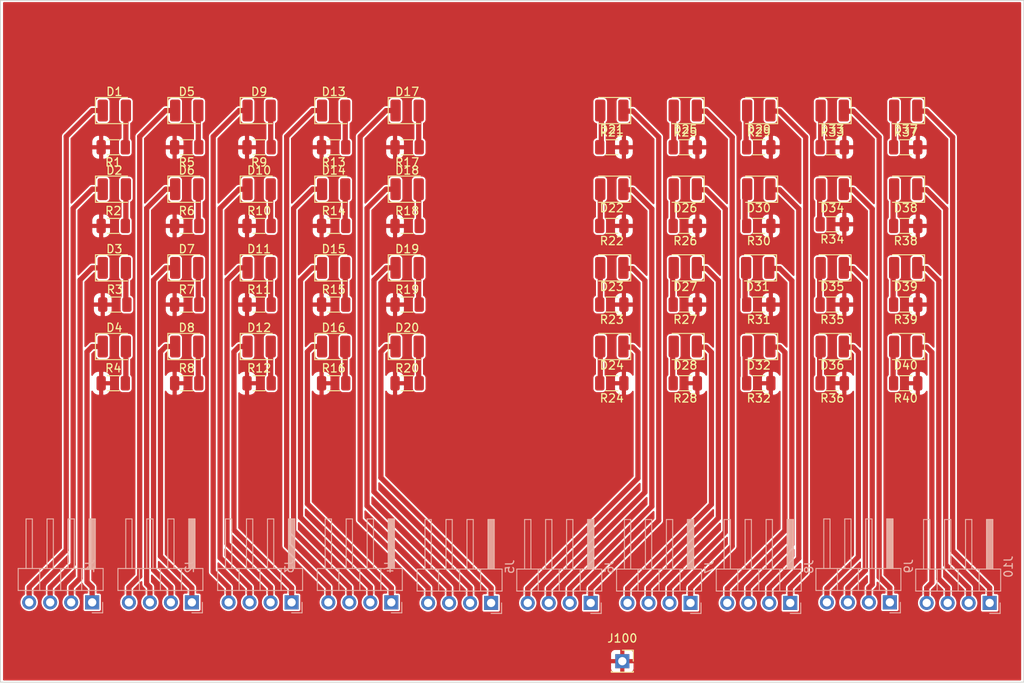
<source format=kicad_pcb>
(kicad_pcb (version 20211014) (generator pcbnew)
  (layers (0 "F.Cu" mixed) (31 "B.Cu" power) (34 "B.Paste" user) (35 "F.Paste" user) (36 "B.SilkS" user "B.Silkscreen") (37 "F.SilkS" user "F.Silkscreen") (38 "B.Mask" user) (39 "F.Mask" user) (44 "Edge.Cuts" user))
  (net 0 "")
  (net 1 "+5V")
  (net 2 "Net-(D1-Pad2)")
  (net 3 "Net-(D3-Pad1)")
  (net 4 "Net-(D3-Pad2)")
  (net 5 "Net-(D5-Pad1)")
  (net 6 "Net-(D5-Pad2)")
  (net 7 "Net-(D7-Pad1)")
  (net 8 "Net-(D7-Pad2)")
  (net 9 "Net-(D2-Pad1)")
  (net 10 "Net-(D2-Pad2)")
  (net 11 "Net-(D4-Pad1)")
  (net 12 "Net-(D4-Pad2)")
  (net 13 "Net-(D6-Pad1)")
  (net 14 "Net-(D6-Pad2)")
  (net 15 "Net-(D8-Pad1)")
  (net 16 "Net-(D8-Pad2)")
  (net 17 "Net-(D9-Pad1)")
  (net 18 "Net-(D9-Pad2)")
  (net 19 "Net-(D10-Pad1)")
  (net 20 "Net-(D10-Pad2)")
  (net 21 "Net-(D11-Pad1)")
  (net 22 "Net-(D11-Pad2)")
  (net 23 "Net-(D12-Pad1)")
  (net 24 "Net-(D12-Pad2)")
  (net 25 "Net-(D13-Pad1)")
  (net 26 "Net-(D13-Pad2)")
  (net 27 "Net-(D14-Pad1)")
  (net 28 "Net-(D14-Pad2)")
  (net 29 "Net-(D15-Pad1)")
  (net 30 "Net-(D15-Pad2)")
  (net 31 "Net-(D16-Pad1)")
  (net 32 "Net-(D16-Pad2)")
  (net 33 "Net-(D17-Pad1)")
  (net 34 "Net-(D17-Pad2)")
  (net 35 "Net-(D18-Pad1)")
  (net 36 "Net-(D18-Pad2)")
  (net 37 "Net-(D19-Pad1)")
  (net 38 "Net-(D19-Pad2)")
  (net 39 "Net-(D20-Pad1)")
  (net 40 "Net-(D20-Pad2)")
  (net 41 "Net-(D21-Pad1)")
  (net 42 "Net-(D21-Pad2)")
  (net 43 "Net-(D22-Pad1)")
  (net 44 "Net-(D22-Pad2)")
  (net 45 "Net-(D23-Pad1)")
  (net 46 "Net-(D23-Pad2)")
  (net 47 "Net-(D24-Pad1)")
  (net 48 "Net-(D24-Pad2)")
  (net 49 "Net-(D25-Pad1)")
  (net 50 "Net-(D25-Pad2)")
  (net 51 "Net-(D26-Pad1)")
  (net 52 "Net-(D26-Pad2)")
  (net 53 "Net-(D27-Pad1)")
  (net 54 "Net-(D27-Pad2)")
  (net 55 "Net-(D28-Pad1)")
  (net 56 "Net-(D28-Pad2)")
  (net 57 "Net-(D29-Pad1)")
  (net 58 "Net-(D29-Pad2)")
  (net 59 "Net-(D30-Pad1)")
  (net 60 "Net-(D30-Pad2)")
  (net 61 "Net-(D31-Pad1)")
  (net 62 "Net-(D31-Pad2)")
  (net 63 "Net-(D32-Pad1)")
  (net 64 "Net-(D32-Pad2)")
  (net 65 "Net-(D33-Pad1)")
  (net 66 "Net-(D33-Pad2)")
  (net 67 "Net-(D34-Pad1)")
  (net 68 "Net-(D34-Pad2)")
  (net 69 "Net-(D35-Pad1)")
  (net 70 "Net-(D35-Pad2)")
  (net 71 "Net-(D36-Pad1)")
  (net 72 "Net-(D36-Pad2)")
  (net 73 "Net-(D37-Pad1)")
  (net 74 "Net-(D37-Pad2)")
  (net 75 "Net-(D38-Pad1)")
  (net 76 "Net-(D38-Pad2)")
  (net 77 "Net-(D39-Pad1)")
  (net 78 "Net-(D39-Pad2)")
  (net 79 "Net-(D40-Pad1)")
  (net 80 "Net-(D40-Pad2)")
  (net 81 "Net-(J1-Pad4)")
  (footprint "Resistor_SMD:R_1206_3216Metric" (layer "F.Cu") (at 80.645 79.375)
    (fp_text reference "R20")
    (fp_text value "R")
  )
  (footprint "LED_SMD:LED_1210_3225Metric" (layer "F.Cu") (at 62.735 55.88)
    (fp_text reference "D10")
    (fp_text value "YELLOW")
  )
  (footprint "Resistor_SMD:R_1206_3216Metric" (layer "F.Cu") (at 62.735 79.375)
    (fp_text reference "R12")
    (fp_text value "R")
  )
  (footprint "LED_SMD:LED_1210_3225Metric" (layer "F.Cu") (at 105.41 46.355 180)
    (fp_text reference "D21")
    (fp_text value "ORANGE")
  )
  (footprint "LED_SMD:LED_1210_3225Metric" (layer "F.Cu") (at 132.08 74.93 180)
    (fp_text reference "D36")
    (fp_text value "BLUE")
  )
  (footprint "LED_SMD:LED_1210_3225Metric" (layer "F.Cu") (at 114.3 55.88 180)
    (fp_text reference "D26")
    (fp_text value "YELLOW")
  )
  (footprint "Resistor_SMD:R_1206_3216Metric" (layer "F.Cu") (at 132.08 50.8)
    (fp_text reference "R33")
    (fp_text value "R")
  )
  (footprint "Resistor_SMD:R_1206_3216Metric" (layer "F.Cu") (at 123.19 69.85 180)
    (fp_text reference "R31")
    (fp_text value "R")
  )
  (footprint "Resistor_SMD:R_1206_3216Metric" (layer "F.Cu") (at 53.975 50.8 180)
    (fp_text reference "R5")
    (fp_text value "R")
  )
  (footprint "Resistor_SMD:R_1206_3216Metric" (layer "F.Cu") (at 114.3 60.325 180)
    (fp_text reference "R26")
    (fp_text value "R")
  )
  (footprint "Resistor_SMD:R_1206_3216Metric" (layer "F.Cu") (at 132.08 60.125 180)
    (fp_text reference "R34")
    (fp_text value "R")
  )
  (footprint "Resistor_SMD:R_1206_3216Metric" (layer "F.Cu") (at 80.645 60.325)
    (fp_text reference "R18")
    (fp_text value "R")
  )
  (footprint "LED_SMD:LED_1210_3225Metric" (layer "F.Cu") (at 123.06 65.405 180)
    (fp_text reference "D31")
    (fp_text value "GREEN")
  )
  (footprint "Resistor_SMD:R_1206_3216Metric" (layer "F.Cu") (at 132.08 69.85 180)
    (fp_text reference "R35")
    (fp_text value "R")
  )
  (footprint "LED_SMD:LED_1210_3225Metric" (layer "F.Cu") (at 45.215 46.355)
    (fp_text reference "D1")
    (fp_text value "ORANGE")
  )
  (footprint "LED_SMD:LED_1210_3225Metric" (layer "F.Cu") (at 80.645 65.405)
    (fp_text reference "D19")
    (fp_text value "GREEN")
  )
  (footprint "Resistor_SMD:R_1206_3216Metric" (layer "F.Cu") (at 123.19 60.325 180)
    (fp_text reference "R30")
    (fp_text value "R")
  )
  (footprint "Resistor_SMD:R_1206_3216Metric" (layer "F.Cu") (at 45.2775 69.85)
    (fp_text reference "R3")
    (fp_text value "R")
  )
  (footprint "LED_SMD:LED_1210_3225Metric" (layer "F.Cu") (at 53.975 65.405)
    (fp_text reference "D7")
    (fp_text value "GREEN")
  )
  (footprint "Resistor_SMD:R_1206_3216Metric" (layer "F.Cu") (at 53.975 69.85)
    (fp_text reference "R7")
    (fp_text value "R")
  )
  (footprint "LED_SMD:LED_1210_3225Metric" (layer "F.Cu") (at 80.645 55.88)
    (fp_text reference "D18")
    (fp_text value "YELLOW")
  )
  (footprint "Resistor_SMD:R_1206_3216Metric" (layer "F.Cu") (at 123.19 79.375 180)
    (fp_text reference "R32")
    (fp_text value "R")
  )
  (footprint "Resistor_SMD:R_1206_3216Metric" (layer "F.Cu") (at 105.41 79.375 180)
    (fp_text reference "R24")
    (fp_text value "R")
  )
  (footprint "LED_SMD:LED_1210_3225Metric" (layer "F.Cu") (at 123.19 55.88 180)
    (fp_text reference "D30")
    (fp_text value "YELLOW")
  )
  (footprint "LED_SMD:LED_1210_3225Metric" (layer "F.Cu") (at 114.3 74.93 180)
    (fp_text reference "D28")
    (fp_text value "BLUE")
  )
  (footprint "Resistor_SMD:R_1206_3216Metric" (layer "F.Cu") (at 105.41 69.85 180)
    (fp_text reference "R23")
    (fp_text value "R")
  )
  (footprint "Resistor_SMD:R_1206_3216Metric" (layer "F.Cu") (at 105.41 50.8)
    (fp_text reference "R21")
    (fp_text value "R")
  )
  (footprint "LED_SMD:LED_1210_3225Metric" (layer "F.Cu") (at 105.41 55.88 180)
    (fp_text reference "D22")
    (fp_text value "YELLOW")
  )
  (footprint "Resistor_SMD:R_1206_3216Metric" (layer "F.Cu") (at 53.975 60.325)
    (fp_text reference "R6")
    (fp_text value "R")
  )
  (footprint "LED_SMD:LED_1210_3225Metric" (layer "F.Cu") (at 71.755 74.93)
    (fp_text reference "D16")
    (fp_text value "BLUE")
  )
  (footprint "Resistor_SMD:R_1206_3216Metric" (layer "F.Cu") (at 105.41 60.325 180)
    (fp_text reference "R22")
    (fp_text value "R")
  )
  (footprint "Resistor_SMD:R_1206_3216Metric" (layer "F.Cu") (at 114.3 79.375 180)
    (fp_text reference "R28")
    (fp_text value "R")
  )
  (footprint "LED_SMD:LED_1210_3225Metric" (layer "F.Cu") (at 71.755 55.88)
    (fp_text reference "D14")
    (fp_text value "YELLOW")
  )
  (footprint "Resistor_SMD:R_1206_3216Metric" (layer "F.Cu") (at 132.08 79.375 180)
    (fp_text reference "R36")
    (fp_text value "R")
  )
  (footprint "Resistor_SMD:R_1206_3216Metric" (layer "F.Cu") (at 80.645 69.85)
    (fp_text reference "R19")
    (fp_text value "R")
  )
  (footprint "Resistor_SMD:R_1206_3216Metric" (layer "F.Cu") (at 140.97 69.85 180)
    (fp_text reference "R39")
    (fp_text value "R")
  )
  (footprint "Resistor_SMD:R_1206_3216Metric" (layer "F.Cu") (at 45.085 60.325)
    (fp_text reference "R2")
    (fp_text value "R")
  )
  (footprint "LED_SMD:LED_1210_3225Metric" (layer "F.Cu") (at 53.975 55.88)
    (fp_text reference "D6")
    (fp_text value "YELLOW")
  )
  (footprint "LED_SMD:LED_1210_3225Metric" (layer "F.Cu") (at 105.41 74.93 180)
    (fp_text reference "D24")
    (fp_text value "BLUE")
  )
  (footprint "LED_SMD:LED_1210_3225Metric" (layer "F.Cu") (at 140.97 55.88 180)
    (fp_text reference "D38")
    (fp_text value "YELLOW")
  )
  (footprint "Resistor_SMD:R_1206_3216Metric" (layer "F.Cu") (at 140.97 50.8)
    (fp_text reference "R37")
    (fp_text value "R")
  )
  (footprint "Resistor_SMD:R_1206_3216Metric" (layer "F.Cu") (at 62.735 50.8 180)
    (fp_text reference "R9")
    (fp_text value "R")
  )
  (footprint "LED_SMD:LED_1210_3225Metric" (layer "F.Cu") (at 45.215 55.88)
    (fp_text reference "D2")
    (fp_text value "YELLOW")
  )
  (footprint "LED_SMD:LED_1210_3225Metric" (layer "F.Cu") (at 105.41 65.405 180)
    (fp_text reference "D23")
    (fp_text value "GREEN")
  )
  (footprint "LED_SMD:LED_1210_3225Metric" (layer "F.Cu") (at 140.97 65.405 180)
    (fp_text reference "D39")
    (fp_text value "GREEN")
  )
  (footprint "LED_SMD:LED_1210_3225Metric" (layer "F.Cu") (at 132.08 65.405 180)
    (fp_text reference "D35")
    (fp_text value "GREEN")
  )
  (footprint "LED_SMD:LED_1210_3225Metric" (layer "F.Cu") (at 62.735 65.405)
    (fp_text reference "D11")
    (fp_text value "GREEN")
  )
  (footprint "LED_SMD:LED_1210_3225Metric" (layer "F.Cu") (at 62.735 46.355)
    (fp_text reference "D9")
    (fp_text value "ORANGE")
  )
  (footprint "LED_SMD:LED_1210_3225Metric" (layer "F.Cu") (at 80.645 46.355)
    (fp_text reference "D17")
    (fp_text value "ORANGE")
  )
  (footprint "LED_SMD:LED_1210_3225Metric" (layer "F.Cu") (at 123.19 46.355 180)
    (fp_text reference "D29")
    (fp_text value "ORANGE")
  )
  (footprint "LED_SMD:LED_1210_3225Metric" (layer "F.Cu") (at 140.97 46.355 180)
    (fp_text reference "D37")
    (fp_text value "ORANGE")
  )
  (footprint "LED_SMD:LED_1210_3225Metric" (layer "F.Cu") (at 62.735 74.93)
    (fp_text reference "D12")
    (fp_text value "BLUE")
  )
  (footprint "LED_SMD:LED_1210_3225Metric" (layer "F.Cu") (at 80.645 74.93)
    (fp_text reference "D20")
    (fp_text value "BLUE")
  )
  (footprint "LED_SMD:LED_1210_3225Metric" (layer "F.Cu") (at 132.08 55.88 180)
    (fp_text reference "D34")
    (fp_text value "YELLOW")
  )
  (footprint "Connector_PinSocket_2.54mm:PinSocket_1x01_P2.54mm_Vertical" (layer "F.Cu") (at 106.68 113.03)
    (fp_text reference "J100")
    (fp_text value "Conn_01x01_Male")
  )
  (footprint "Resistor_SMD:R_1206_3216Metric" (layer "F.Cu") (at 45.085 79.375)
    (fp_text reference "R4")
    (fp_text value "R")
  )
  (footprint "Resistor_SMD:R_1206_3216Metric" (layer "F.Cu") (at 62.735 60.325)
    (fp_text reference "R10")
    (fp_text value "R")
  )
  (footprint "Resistor_SMD:R_1206_3216Metric" (layer "F.Cu") (at 71.755 69.85)
    (fp_text reference "R15")
    (fp_text value "R")
  )
  (footprint "Resistor_SMD:R_1206_3216Metric" (layer "F.Cu") (at 71.755 50.8 180)
    (fp_text reference "R13")
    (fp_text value "R")
  )
  (footprint "Resistor_SMD:R_1206_3216Metric" (layer "F.Cu") (at 123.19 50.8)
    (fp_text reference "R29")
    (fp_text value "R")
  )
  (footprint "Resistor_SMD:R_1206_3216Metric" (layer "F.Cu") (at 71.755 79.375)
    (fp_text reference "R16")
    (fp_text value "R")
  )
  (footprint "Resistor_SMD:R_1206_3216Metric" (layer "F.Cu") (at 140.97 79.375 180)
    (fp_text reference "R40")
    (fp_text value "R")
  )
  (footprint "Resistor_SMD:R_1206_3216Metric" (layer "F.Cu") (at 45.085 50.8 180)
    (fp_text reference "R1")
    (fp_text value "R")
  )
  (footprint "Resistor_SMD:R_1206_3216Metric" (layer "F.Cu") (at 114.3 50.8)
    (fp_text reference "R25")
    (fp_text value "R")
  )
  (footprint "Resistor_SMD:R_1206_3216Metric" (layer "F.Cu") (at 114.3 69.85 180)
    (fp_text reference "R27")
    (fp_text value "R")
  )
  (footprint "LED_SMD:LED_1210_3225Metric" (layer "F.Cu") (at 71.755 65.405)
    (fp_text reference "D15")
    (fp_text value "GREEN")
  )
  (footprint "Resistor_SMD:R_1206_3216Metric" (layer "F.Cu") (at 62.735 69.85)
    (fp_text reference "R11")
    (fp_text value "R")
  )
  (footprint "LED_SMD:LED_1210_3225Metric" (layer "F.Cu") (at 114.3 46.355 180)
    (fp_text reference "D25")
    (fp_text value "ORANGE")
  )
  (footprint "Resistor_SMD:R_1206_3216Metric" (layer "F.Cu") (at 80.645 50.8 180)
    (fp_text reference "R17")
    (fp_text value "R")
  )
  (footprint "Resistor_SMD:R_1206_3216Metric" (layer "F.Cu") (at 71.755 60.325)
    (fp_text reference "R14")
    (fp_text value "R")
  )
  (footprint "Resistor_SMD:R_1206_3216Metric" (layer "F.Cu") (at 140.97 60.325 180)
    (fp_text reference "R38")
    (fp_text value "R")
  )
  (footprint "LED_SMD:LED_1210_3225Metric" (layer "F.Cu") (at 53.975 74.93)
    (fp_text reference "D8")
    (fp_text value "BLUE")
  )
  (footprint "LED_SMD:LED_1210_3225Metric" (layer "F.Cu") (at 132.08 46.355 180)
    (fp_text reference "D33")
    (fp_text value "ORANGE")
  )
  (footprint "LED_SMD:LED_1210_3225Metric" (layer "F.Cu") (at 114.3 65.405 180)
    (fp_text reference "D27")
    (fp_text value "GREEN")
  )
  (footprint "LED_SMD:LED_1210_3225Metric" (layer "F.Cu") (at 45.215 74.93)
    (fp_text reference "D4")
    (fp_text value "BLUE")
  )
  (footprint "LED_SMD:LED_1210_3225Metric" (layer "F.Cu") (at 123.19 74.93 180)
    (fp_text reference "D32")
    (fp_text value "BLUE")
  )
  (footprint "LED_SMD:LED_1210_3225Metric" (layer "F.Cu") (at 140.97 74.93 180)
    (fp_text reference "D40")
    (fp_text value "BLUE")
  )
  (footprint "Resistor_SMD:R_1206_3216Metric" (layer "F.Cu") (at 53.975 79.375)
    (fp_text reference "R8")
    (fp_text value "R")
  )
  (footprint "LED_SMD:LED_1210_3225Metric" (layer "F.Cu") (at 53.975 46.355)
    (fp_text reference "D5")
    (fp_text value "ORANGE")
  )
  (footprint "LED_SMD:LED_1210_3225Metric" (layer "F.Cu") (at 45.215 65.405)
    (fp_text reference "D3")
    (fp_text value "GREEN")
  )
  (footprint "LED_SMD:LED_1210_3225Metric" (layer "F.Cu") (at 71.755 46.355)
    (fp_text reference "D13")
    (fp_text value "ORANGE")
  )
  (footprint "Connector_PinHeader_2.54mm:PinHeader_1x04_P2.54mm_Horizontal" (layer "B.Cu") (at 102.86 105.975 90)
    (fp_text reference "J6")
    (fp_text value "Conn_01x04_Male")
  )
  (footprint "Connector_PinHeader_2.54mm:PinHeader_1x04_P2.54mm_Horizontal" (layer "B.Cu") (at 139.055 105.905 90)
    (fp_text reference "J9")
    (fp_text value "Conn_01x04_Male")
  )
  (footprint "Connector_PinHeader_2.54mm:PinHeader_1x04_P2.54mm_Horizontal" (layer "B.Cu") (at 114.935 105.975 90)
    (fp_text reference "J7")
    (fp_text value "Conn_01x04_Male")
  )
  (footprint "Connector_PinHeader_2.54mm:PinHeader_1x04_P2.54mm_Horizontal" (layer "B.Cu") (at 42.535 105.905 90)
    (fp_text reference "J1")
    (fp_text value "Conn_01x04_Male")
  )
  (footprint "Connector_PinHeader_2.54mm:PinHeader_1x04_P2.54mm_Horizontal" (layer "B.Cu") (at 66.665 105.905 90)
    (fp_text reference "J3")
    (fp_text value "Conn_01x04_Male")
  )
  (footprint "Connector_PinHeader_2.54mm:PinHeader_1x04_P2.54mm_Horizontal" (layer "B.Cu") (at 54.6 105.905 90)
    (fp_text reference "J2")
    (fp_text value "Conn_01x04_Male")
  )
  (footprint "Connector_PinHeader_2.54mm:PinHeader_1x04_P2.54mm_Horizontal" (layer "B.Cu") (at 151.13 105.975 90)
    (fp_text reference "J10")
    (fp_text value "Conn_01x04_Male")
  )
  (footprint "Connector_PinHeader_2.54mm:PinHeader_1x04_P2.54mm_Horizontal" (layer "B.Cu") (at 90.805 105.975 90)
    (fp_text reference "J5")
    (fp_text value "Conn_01x04_Male")
  )
  (footprint "Connector_PinHeader_2.54mm:PinHeader_1x04_P2.54mm_Horizontal" (layer "B.Cu") (at 127 105.975 90)
    (fp_text reference "J8")
    (fp_text value "Conn_01x04_Male")
  )
  (footprint "Connector_PinHeader_2.54mm:PinHeader_1x04_P2.54mm_Horizontal" (layer "B.Cu") (at 78.73 105.905 90)
    (fp_text reference "J4")
    (fp_text value "Conn_01x04_Male")
  )
  (gr_rect locked (start 31.4325 33.02) (end 155.2575 115.57) (layer "Edge.Cuts") (width 0.1) (fill none))
  (segment (start 46.615 50.7325) (end 46.5475 50.8) (width 0.635) (layer "F.Cu") (net 2))
  (segment (start 46.615 46.355) (end 46.615 50.7325) (width 0.635) (layer "F.Cu") (net 2))
  (segment (start 39.995 104.07) (end 39.995 105.905) (width 0.635) (layer "F.Cu") (net 3))
  (segment (start 42.545 65.405) (end 41.07228 66.87772) (width 0.635) (layer "F.Cu") (net 3))
  (segment (start 41.07228 102.99272) (end 39.995 104.07) (width 0.635) (layer "F.Cu") (net 3))
  (segment (start 43.685 65.405) (end 42.545 65.405) (width 0.635) (layer "F.Cu") (net 3))
  (segment (start 41.07228 66.87772) (end 41.07228 102.99272) (width 0.635) (layer "F.Cu") (net 3))
  (segment (start 46.612 65.4675) (end 46.612 69.845) (width 0.635) (layer "F.Cu") (net 4))
  (segment (start 52.575 46.355) (end 51.435 46.355) (width 0.635) (layer "F.Cu") (net 5))
  (segment (start 48.28684 102.76316) (end 46.98 104.07) (width 0.635) (layer "F.Cu") (net 5))
  (segment (start 48.286841 49.503159) (end 48.28684 102.76316) (width 0.635) (layer "F.Cu") (net 5))
  (segment (start 51.435 46.355) (end 48.286841 49.503159) (width 0.635) (layer "F.Cu") (net 5))
  (segment (start 46.98 104.07) (end 46.98 105.905) (width 0.635) (layer "F.Cu") (net 5))
  (segment (start 55.375 46.355) (end 55.375 50.7375) (width 0.635) (layer "F.Cu") (net 6))
  (segment (start 55.375 50.7375) (end 55.4375 50.8) (width 0.635) (layer "F.Cu") (net 6))
  (segment (start 49.96228 101.97228) (end 52.06 104.07) (width 0.635) (layer "F.Cu") (net 7))
  (segment (start 52.575 65.405) (end 51.435 65.405) (width 0.635) (layer "F.Cu") (net 7))
  (segment (start 52.06 104.07) (end 52.06 105.905) (width 0.635) (layer "F.Cu") (net 7))
  (segment (start 51.435 65.405) (end 49.96228 66.87772) (width 0.635) (layer "F.Cu") (net 7))
  (segment (start 49.96228 66.87772) (end 49.96228 101.97228) (width 0.635) (layer "F.Cu") (net 7))
  (segment (start 55.372 65.4675) (end 55.372 69.85) (width 0.635) (layer "F.Cu") (net 8))
  (segment (start 42.545 55.88) (end 40.23456 58.19044) (width 0.635) (layer "F.Cu") (net 9))
  (segment (start 43.685 55.88) (end 42.545 55.88) (width 0.635) (layer "F.Cu") (net 9))
  (segment (start 37.455 104.07) (end 37.455 105.905) (width 0.635) (layer "F.Cu") (net 9))
  (segment (start 40.23456 101.29044) (end 37.455 104.07) (width 0.635) (layer "F.Cu") (net 9))
  (segment (start 40.23456 58.19044) (end 40.23456 101.29044) (width 0.635) (layer "F.Cu") (net 9))
  (segment (start 46.612 55.8155) (end 46.612 60.193) (width 0.635) (layer "F.Cu") (net 10))
  (segment (start 42.535 104.07) (end 42.535 105.905) (width 0.635) (layer "F.Cu") (net 11))
  (segment (start 41.91 103.445) (end 42.535 104.07) (width 0.635) (layer "F.Cu") (net 11))
  (segment (start 43.685 74.93) (end 42.545 74.93) (width 0.635) (layer "F.Cu") (net 11))
  (segment (start 42.545 74.93) (end 41.91 75.565) (width 0.635) (layer "F.Cu") (net 11))
  (segment (start 41.91 75.565) (end 41.91 103.445) (width 0.635) (layer "F.Cu") (net 11))
  (segment (start 46.612 75.3735) (end 46.612 79.751) (width 0.635) (layer "F.Cu") (net 12))
  (segment (start 51.435 55.88) (end 49.12456 58.19044) (width 0.635) (layer "F.Cu") (net 13))
  (segment (start 49.12456 58.19044) (end 49.12456 103.67456) (width 0.635) (layer "F.Cu") (net 13))
  (segment (start 52.575 55.88) (end 51.435 55.88) (width 0.635) (layer "F.Cu") (net 13))
  (segment (start 49.52 104.07) (end 49.52 105.905) (width 0.635) (layer "F.Cu") (net 13))
  (segment (start 49.12456 103.67456) (end 49.52 104.07) (width 0.635) (layer "F.Cu") (net 13))
  (segment (start 55.372 55.8155) (end 55.372 60.198) (width 0.635) (layer "F.Cu") (net 14))
  (segment (start 50.8 100.33) (end 54.54 104.07) (width 0.635) (layer "F.Cu") (net 15))
  (segment (start 54.6 104.13) (end 54.6 105.905) (width 0.635) (layer "F.Cu") (net 15))
  (segment (start 51.435 74.93) (end 50.8 75.565) (width 0.635) (layer "F.Cu") (net 15))
  (segment (start 52.575 74.93) (end 51.435 74.93) (width 0.635) (layer "F.Cu") (net 15))
  (segment (start 50.8 75.565) (end 50.8 100.33) (width 0.635) (layer "F.Cu") (net 15))
  (segment (start 55.372 75.3735) (end 55.372 79.756) (width 0.635) (layer "F.Cu") (net 16))
  (segment (start 59.045 104.07) (end 59.045 105.905) (width 0.635) (layer "F.Cu") (net 17))
  (segment (start 57.176841 49.503159) (end 57.17684 102.20184) (width 0.635) (layer "F.Cu") (net 17))
  (segment (start 61.465 46.355) (end 60.325 46.355) (width 0.635) (layer "F.Cu") (net 17))
  (segment (start 60.325 46.355) (end 57.176841 49.503159) (width 0.635) (layer "F.Cu") (net 17))
  (segment (start 57.17684 102.20184) (end 59.045 104.07) (width 0.635) (layer "F.Cu") (net 17))
  (segment (start 64.135 46.355) (end 64.135 50.7375) (width 0.635) (layer "F.Cu") (net 18))
  (segment (start 64.135 50.7375) (end 64.1975 50.8) (width 0.635) (layer "F.Cu") (net 18))
  (segment (start 61.465 55.88) (end 60.325 55.88) (width 0.635) (layer "F.Cu") (net 19))
  (segment (start 58.01456 58.19044) (end 58.01456 100.49956) (width 0.635) (layer "F.Cu") (net 19))
  (segment (start 61.585 104.07) (end 61.585 105.905) (width 0.635) (layer "F.Cu") (net 19))
  (segment (start 60.325 55.88) (end 58.01456 58.19044) (width 0.635) (layer "F.Cu") (net 19))
  (segment (start 58.01456 100.49956) (end 61.585 104.07) (width 0.635) (layer "F.Cu") (net 19))
  (segment (start 64.132 55.8155) (end 64.132 60.198) (width 0.635) (layer "F.Cu") (net 20))
  (segment (start 58.85228 98.79728) (end 64.125 104.07) (width 0.635) (layer "F.Cu") (net 21))
  (segment (start 58.85228 66.87772) (end 58.85228 98.79728) (width 0.635) (layer "F.Cu") (net 21))
  (segment (start 61.465 65.405) (end 60.325 65.405) (width 0.635) (layer "F.Cu") (net 21))
  (segment (start 60.325 65.405) (end 58.85228 66.87772) (width 0.635) (layer "F.Cu") (net 21))
  (segment (start 64.125 104.07) (end 64.125 105.905) (width 0.635) (layer "F.Cu") (net 21))
  (segment (start 64.132 65.4675) (end 64.132 69.85) (width 0.635) (layer "F.Cu") (net 22))
  (segment (start 66.665 104.13) (end 66.665 105.905) (width 0.635) (layer "F.Cu") (net 23))
  (segment (start 59.69 75.565) (end 59.69 97.155) (width 0.635) (layer "F.Cu") (net 23))
  (segment (start 60.325 74.93) (end 59.69 75.565) (width 0.635) (layer "F.Cu") (net 23))
  (segment (start 61.465 74.93) (end 60.325 74.93) (width 0.635) (layer "F.Cu") (net 23))
  (segment (start 59.69 97.155) (end 66.665 104.13) (width 0.635) (layer "F.Cu") (net 23))
  (segment (start 64.132 75.3735) (end 64.132 79.756) (width 0.635) (layer "F.Cu") (net 24))
  (segment (start 70.355 46.355) (end 69.215 46.355) (width 0.635) (layer "F.Cu") (net 25))
  (segment (start 69.215 46.355) (end 66.066841 49.503159) (width 0.635) (layer "F.Cu") (net 25))
  (segment (start 66.06684 99.02684) (end 71.11 104.07) (width 0.635) (layer "F.Cu") (net 25))
  (segment (start 71.11 104.07) (end 71.11 105.905) (width 0.635) (layer "F.Cu") (net 25))
  (segment (start 66.066841 49.503159) (end 66.06684 99.02684) (width 0.635) (layer "F.Cu") (net 25))
  (segment (start 73.155 50.7375) (end 73.2175 50.8) (width 0.635) (layer "F.Cu") (net 26))
  (segment (start 73.155 46.355) (end 73.155 50.7375) (width 0.635) (layer "F.Cu") (net 26))
  (segment (start 66.90456 58.19044) (end 66.90456 97.32456) (width 0.635) (layer "F.Cu") (net 27))
  (segment (start 69.215 55.88) (end 66.90456 58.19044) (width 0.635) (layer "F.Cu") (net 27))
  (segment (start 70.355 55.88) (end 69.215 55.88) (width 0.635) (layer "F.Cu") (net 27))
  (segment (start 66.90456 97.32456) (end 73.65 104.07) (width 0.635) (layer "F.Cu") (net 27))
  (segment (start 73.65 104.07) (end 73.65 105.905) (width 0.635) (layer "F.Cu") (net 27))
  (segment (start 73.152 55.8155) (end 73.152 60.198) (width 0.635) (layer "F.Cu") (net 28))
  (segment (start 69.215 65.405) (end 67.74228 66.87772) (width 0.635) (layer "F.Cu") (net 29))
  (segment (start 67.74228 66.87772) (end 67.74228 95.62228) (width 0.635) (layer "F.Cu") (net 29))
  (segment (start 76.19 104.07) (end 76.19 105.905) (width 0.635) (layer "F.Cu") (net 29))
  (segment (start 67.74228 95.62228) (end 76.19 104.07) (width 0.635) (layer "F.Cu") (net 29))
  (segment (start 70.355 65.405) (end 69.215 65.405) (width 0.635) (layer "F.Cu") (net 29))
  (segment (start 73.152 65.4675) (end 73.152 69.85) (width 0.635) (layer "F.Cu") (net 30))
  (segment (start 70.355 74.93) (end 69.215 74.93) (width 0.635) (layer "F.Cu") (net 31))
  (segment (start 78.73 104.13) (end 78.73 105.905) (width 0.635) (layer "F.Cu") (net 31))
  (segment (start 69.215 74.93) (end 68.58 75.565) (width 0.635) (layer "F.Cu") (net 31))
  (segment (start 68.58 75.565) (end 68.58 93.98) (width 0.635) (layer "F.Cu") (net 31))
  (segment (start 68.58 93.98) (end 78.73 104.13) (width 0.635) (layer "F.Cu") (net 31))
  (segment (start 73.152 75.3735) (end 73.152 79.756) (width 0.635) (layer "F.Cu") (net 32))
  (segment (start 78.105 46.355) (end 74.956841 49.503159) (width 0.635) (layer "F.Cu") (net 33))
  (segment (start 79.245 46.355) (end 78.105 46.355) (width 0.635) (layer "F.Cu") (net 33))
  (segment (start 74.95684 95.91184) (end 83.185 104.14) (width 0.635) (layer "F.Cu") (net 33))
  (segment (start 83.185 104.14) (end 83.185 105.975) (width 0.635) (layer "F.Cu") (net 33))
  (segment (start 74.956841 49.503159) (end 74.95684 95.91184) (width 0.635) (layer "F.Cu") (net 33))
  (segment (start 82.045 50.7375) (end 82.1075 50.8) (width 0.635) (layer "F.Cu") (net 34))
  (segment (start 82.045 46.355) (end 82.045 50.7375) (width 0.635) (layer "F.Cu") (net 34))
  (segment (start 78.105 55.88) (end 75.79456 58.19044) (width 0.635) (layer "F.Cu") (net 35))
  (segment (start 85.725 104.14) (end 85.725 105.975) (width 0.635) (layer "F.Cu") (net 35))
  (segment (start 75.79456 94.20956) (end 85.725 104.14) (width 0.635) (layer "F.Cu") (net 35))
  (segment (start 75.79456 58.19044) (end 75.79456 94.20956) (width 0.635) (layer "F.Cu") (net 35))
  (segment (start 79.245 55.88) (end 78.105 55.88) (width 0.635) (layer "F.Cu") (net 35))
  (segment (start 82.042 55.8155) (end 82.042 60.198) (width 0.635) (layer "F.Cu") (net 36))
  (segment (start 78.105 65.405) (end 76.63228 66.87772) (width 0.635) (layer "F.Cu") (net 37))
  (segment (start 79.245 65.405) (end 78.105 65.405) (width 0.635) (layer "F.Cu") (net 37))
  (segment (start 76.63228 66.87772) (end 76.63228 92.50728) (width 0.635) (layer "F.Cu") (net 37))
  (segment (start 88.265 104.14) (end 88.265 105.975) (width 0.635) (layer "F.Cu") (net 37))
  (segment (start 76.63228 92.50728) (end 88.265 104.14) (width 0.635) (layer "F.Cu") (net 37))
  (segment (start 82.042 65.4675) (end 82.042 69.85) (width 0.635) (layer "F.Cu") (net 38))
  (segment (start 77.47 90.805) (end 90.805 104.14) (width 0.635) (layer "F.Cu") (net 39))
  (segment (start 77.47 75.565) (end 77.47 90.805) (width 0.635) (layer "F.Cu") (net 39))
  (segment (start 90.805 104.14) (end 90.805 105.975) (width 0.635) (layer "F.Cu") (net 39))
  (segment (start 78.105 74.93) (end 77.47 75.565) (width 0.635) (layer "F.Cu") (net 39))
  (segment (start 79.245 74.93) (end 78.105 74.93) (width 0.635) (layer "F.Cu") (net 39))
  (segment (start 82.042 75.3735) (end 82.042 79.756) (width 0.635) (layer "F.Cu") (net 40))
  (segment (start 106.8 46.425) (end 107.94 46.425) (width 0.635) (layer "F.Cu") (net 41))
  (segment (start 107.94 46.425) (end 111.088159 49.573159) (width 0.635) (layer "F.Cu") (net 41))
  (segment (start 111.088159 49.573159) (end 111.08816 95.98184) (width 0.635) (layer "F.Cu") (net 41))
  (segment (start 111.08816 95.98184) (end 102.86 104.21) (width 0.635) (layer "F.Cu") (net 41))
  (segment (start 102.86 104.21) (end 102.86 105.975) (width 0.635) (layer "F.Cu") (net 41))
  (segment (start 104.143 46.1635) (end 104.143 50.541) (width 0.635) (layer "F.Cu") (net 42))
  (segment (start 106.8 55.95) (end 107.94 55.95) (width 0.635) (layer "F.Cu") (net 43))
  (segment (start 100.32 104.21) (end 100.32 105.975) (width 0.635) (layer "F.Cu") (net 43))
  (segment (start 107.94 55.95) (end 110.25044 58.26044) (width 0.635) (layer "F.Cu") (net 43))
  (segment (start 110.25044 58.26044) (end 110.25044 94.27956) (width 0.635) (layer "F.Cu") (net 43))
  (segment (start 110.25044 94.27956) (end 100.32 104.21) (width 0.635) (layer "F.Cu") (net 43))
  (segment (start 104.016 55.8155) (end 104.016 60.193) (width 0.635) (layer "F.Cu") (net 44))
  (segment (start 106.8 65.475) (end 107.94 65.475) (width 0.635) (layer "F.Cu") (net 45))
  (segment (start 109.41272 92.57728) (end 97.78 104.21) (width 0.635) (layer "F.Cu") (net 45))
  (segment (start 109.41272 66.94772) (end 109.41272 92.57728) (width 0.635) (layer "F.Cu") (net 45))
  (segment (start 107.94 65.475) (end 109.41272 66.94772) (width 0.635) (layer "F.Cu") (net 45))
  (segment (start 97.78 104.21) (end 97.78 105.975) (width 0.635) (layer "F.Cu") (net 45))
  (segment (start 104.016 65.2135) (end 104.016 69.591) (width 0.635) (layer "F.Cu") (net 46))
  (segment (start 95.24 104.21) (end 95.24 105.975) (width 0.635) (layer "F.Cu") (net 47))
  (segment (start 107.94 75) (end 108.575 75.635) (width 0.635) (layer "F.Cu") (net 47))
  (segment (start 106.8 75) (end 107.94 75) (width 0.635) (layer "F.Cu") (net 47))
  (segment (start 108.575 75.635) (end 108.575 90.875) (width 0.635) (layer "F.Cu") (net 47))
  (segment (start 108.575 90.875) (end 95.24 104.21) (width 0.635) (layer "F.Cu") (net 47))
  (segment (start 104.016 75.2465) (end 104.016 79.624) (width 0.635) (layer "F.Cu") (net 48))
  (segment (start 116.83 46.425) (end 119.978159 49.573159) (width 0.635) (layer "F.Cu") (net 49))
  (segment (start 119.97816 99.09684) (end 114.935 104.14) (width 0.635) (layer "F.Cu") (net 49))
  (segment (start 115.69 46.425) (end 116.83 46.425) (width 0.635) (layer "F.Cu") (net 49))
  (segment (start 119.978159 49.573159) (end 119.97816 99.09684) (width 0.635) (layer "F.Cu") (net 49))
  (segment (start 114.935 104.14) (end 114.935 105.975) (width 0.635) (layer "F.Cu") (net 49))
  (segment (start 112.903 46.1635) (end 112.903 50.546) (width 0.635) (layer "F.Cu") (net 50))
  (segment (start 119.14044 58.26044) (end 119.14044 97.39456) (width 0.635) (layer "F.Cu") (net 51))
  (segment (start 115.69 55.95) (end 116.83 55.95) (width 0.635) (layer "F.Cu") (net 51))
  (segment (start 112.395 104.14) (end 112.395 105.975) (width 0.635) (layer "F.Cu") (net 51))
  (segment (start 119.14044 97.39456) (end 112.395 104.14) (width 0.635) (layer "F.Cu") (net 51))
  (segment (start 116.83 55.95) (end 119.14044 58.26044) (width 0.635) (layer "F.Cu") (net 51))
  (segment (start 112.776 55.8155) (end 112.776 60.198) (width 0.635) (layer "F.Cu") (net 52))
  (segment (start 109.855 104.14) (end 109.855 105.975) (width 0.635) (layer "F.Cu") (net 53))
  (segment (start 115.69 65.475) (end 116.83 65.475) (width 0.635) (layer "F.Cu") (net 53))
  (segment (start 118.30272 95.69228) (end 109.855 104.14) (width 0.635) (layer "F.Cu") (net 53))
  (segment (start 116.83 65.475) (end 118.30272 66.94772) (width 0.635) (layer "F.Cu") (net 53))
  (segment (start 118.30272 66.94772) (end 118.30272 95.69228) (width 0.635) (layer "F.Cu") (net 53))
  (segment (start 112.776 65.2135) (end 112.776 69.596) (width 0.635) (layer "F.Cu") (net 54))
  (segment (start 107.315 104.2) (end 107.315 105.975) (width 0.635) (layer "F.Cu") (net 55))
  (segment (start 117.465 94.05) (end 107.315 104.2) (width 0.635) (layer "F.Cu") (net 55))
  (segment (start 117.465 75.635) (end 117.465 94.05) (width 0.635) (layer "F.Cu") (net 55))
  (segment (start 116.83 75) (end 117.465 75.635) (width 0.635) (layer "F.Cu") (net 55))
  (segment (start 115.69 75) (end 116.83 75) (width 0.635) (layer "F.Cu") (net 55))
  (segment (start 112.776 75.2465) (end 112.776 79.629) (width 0.635) (layer "F.Cu") (net 56))
  (segment (start 128.868159 49.573159) (end 128.86816 102.27184) (width 0.635) (layer "F.Cu") (net 57))
  (segment (start 128.86816 102.27184) (end 127 104.14) (width 0.635) (layer "F.Cu") (net 57))
  (segment (start 125.72 46.425) (end 128.868159 49.573159) (width 0.635) (layer "F.Cu") (net 57))
  (segment (start 124.58 46.425) (end 125.72 46.425) (width 0.635) (layer "F.Cu") (net 57))
  (segment (start 127 104.14) (end 127 105.975) (width 0.635) (layer "F.Cu") (net 57))
  (segment (start 121.663 46.1635) (end 121.663 50.546) (width 0.635) (layer "F.Cu") (net 58))
  (segment (start 124.46 104.14) (end 124.46 105.975) (width 0.635) (layer "F.Cu") (net 59))
  (segment (start 124.58 55.95) (end 125.72 55.95) (width 0.635) (layer "F.Cu") (net 59))
  (segment (start 125.72 55.95) (end 128.03044 58.26044) (width 0.635) (layer "F.Cu") (net 59))
  (segment (start 128.03044 58.26044) (end 128.03044 100.56956) (width 0.635) (layer "F.Cu") (net 59))
  (segment (start 128.03044 100.56956) (end 124.46 104.14) (width 0.635) (layer "F.Cu") (net 59))
  (segment (start 121.536 55.8155) (end 121.536 60.198) (width 0.635) (layer "F.Cu") (net 60))
  (segment (start 121.92 104.14) (end 121.92 105.975) (width 0.635) (layer "F.Cu") (net 61))
  (segment (start 127.19272 98.86728) (end 121.92 104.14) (width 0.635) (layer "F.Cu") (net 61))
  (segment (start 127.19272 66.94772) (end 127.19272 98.86728) (width 0.635) (layer "F.Cu") (net 61))
  (segment (start 125.72 65.475) (end 127.19272 66.94772) (width 0.635) (layer "F.Cu") (net 61))
  (segment (start 124.58 65.475) (end 125.72 65.475) (width 0.635) (layer "F.Cu") (net 61))
  (segment (start 121.536 65.2135) (end 121.536 69.596) (width 0.635) (layer "F.Cu") (net 62))
  (segment (start 119.38 104.2) (end 119.38 105.975) (width 0.635) (layer "F.Cu") (net 63))
  (segment (start 125.72 75) (end 126.355 75.635) (width 0.635) (layer "F.Cu") (net 63))
  (segment (start 124.58 75) (end 125.72 75) (width 0.635) (layer "F.Cu") (net 63))
  (segment (start 126.355 75.635) (end 126.355 97.225) (width 0.635) (layer "F.Cu") (net 63))
  (segment (start 126.355 97.225) (end 119.38 104.2) (width 0.635) (layer "F.Cu") (net 63))
  (segment (start 121.536 75.2465) (end 121.536 79.629) (width 0.635) (layer "F.Cu") (net 64))
  (segment (start 137.75816 102.83316) (end 139.065 104.14) (width 0.635) (layer "F.Cu") (net 65))
  (segment (start 137.758159 49.573159) (end 137.75816 102.83316) (width 0.635) (layer "F.Cu") (net 65))
  (segment (start 139.065 104.14) (end 139.055 104.15) (width 0.635) (layer "F.Cu") (net 65))
  (segment (start 134.61 46.425) (end 137.758159 49.573159) (width 0.635) (layer "F.Cu") (net 65))
  (segment (start 139.055 104.15) (end 139.055 105.905) (width 0.635) (layer "F.Cu") (net 65))
  (segment (start 133.47 46.425) (end 134.61 46.425) (width 0.635) (layer "F.Cu") (net 65))
  (segment (start 130.683 46.1635) (end 130.683 50.546) (width 0.635) (layer "F.Cu") (net 66))
  (segment (start 136.92044 58.26044) (end 136.92044 103.74456) (width 0.635) (layer "F.Cu") (net 67))
  (segment (start 133.47 55.95) (end 134.61 55.95) (width 0.635) (layer "F.Cu") (net 67))
  (segment (start 134.61 55.95) (end 136.92044 58.26044) (width 0.635) (layer "F.Cu") (net 67))
  (segment (start 136.92044 103.74456) (end 136.515 104.15) (width 0.635) (layer "F.Cu") (net 67))
  (segment (start 136.515 104.15) (end 136.515 105.905) (width 0.635) (layer "F.Cu") (net 67))
  (segment (start 130.556 55.8155) (end 130.556 60.198) (width 0.635) (layer "F.Cu") (net 68))
  (segment (start 133.47 65.475) (end 134.61 65.475) (width 0.635) (layer "F.Cu") (net 69))
  (segment (start 133.975 104.15) (end 133.975 105.905) (width 0.635) (layer "F.Cu") (net 69))
  (segment (start 134.61 65.475) (end 136.08272 66.94772) (width 0.635) (layer "F.Cu") (net 69))
  (segment (start 136.08272 102.04228) (end 133.975 104.15) (width 0.635) (layer "F.Cu") (net 69))
  (segment (start 136.08272 66.94772) (end 136.08272 102.04228) (width 0.635) (layer "F.Cu") (net 69))
  (segment (start 130.556 65.2135) (end 130.556 69.596) (width 0.635) (layer "F.Cu") (net 70))
  (segment (start 135.245 75.635) (end 135.245 100.4) (width 0.635) (layer "F.Cu") (net 71))
  (segment (start 133.47 75) (end 134.61 75) (width 0.635) (layer "F.Cu") (net 71))
  (segment (start 134.61 75) (end 135.245 75.635) (width 0.635) (layer "F.Cu") (net 71))
  (segment (start 135.245 100.4) (end 131.435 104.21) (width 0.635) (layer "F.Cu") (net 71))
  (segment (start 131.435 104.21) (end 131.435 105.905) (width 0.635) (layer "F.Cu") (net 71))
  (segment (start 130.556 75.2465) (end 130.556 79.629) (width 0.635) (layer "F.Cu") (net 72))
  (segment (start 143.5 46.425) (end 146.648159 49.573159) (width 0.635) (layer "F.Cu") (net 73))
  (segment (start 142.36 46.425) (end 143.5 46.425) (width 0.635) (layer "F.Cu") (net 73))
  (segment (start 151.13 104.14) (end 151.13 105.975) (width 0.635) (layer "F.Cu") (net 73))
  (segment (start 146.648159 49.573159) (end 146.64816 99.65816) (width 0.635) (layer "F.Cu") (net 73))
  (segment (start 146.64816 99.65816) (end 151.13 104.14) (width 0.635) (layer "F.Cu") (net 73))
  (segment (start 139.573 46.1635) (end 139.573 50.546) (width 0.635) (layer "F.Cu") (net 74))
  (segment (start 143.5 55.95) (end 145.81044 58.26044) (width 0.635) (layer "F.Cu") (net 75))
  (segment (start 142.36 55.95) (end 143.5 55.95) (width 0.635) (layer "F.Cu") (net 75))
  (segment (start 148.59 104.14) (end 148.59 105.975) (width 0.635) (layer "F.Cu") (net 75))
  (segment (start 145.81044 58.26044) (end 145.81044 101.36044) (width 0.635) (layer "F.Cu") (net 75))
  (segment (start 145.81044 101.36044) (end 148.59 104.14) (width 0.635) (layer "F.Cu") (net 75))
  (segment (start 139.446 55.8155) (end 139.446 60.198) (width 0.635) (layer "F.Cu") (net 76))
  (segment (start 142.36 65.475) (end 143.5 65.475) (width 0.635) (layer "F.Cu") (net 77))
  (segment (start 146.05 104.14) (end 146.05 105.975) (width 0.635) (layer "F.Cu") (net 77))
  (segment (start 144.97272 66.94772) (end 144.97272 103.06272) (width 0.635) (layer "F.Cu") (net 77))
  (segment (start 144.97272 103.06272) (end 146.05 104.14) (width 0.635) (layer "F.Cu") (net 77))
  (segment (start 143.5 65.475) (end 144.97272 66.94772) (width 0.635) (layer "F.Cu") (net 77))
  (segment (start 139.446 65.2135) (end 139.446 69.596) (width 0.635) (layer "F.Cu") (net 78))
  (segment (start 143.5 75) (end 144.135 75.635) (width 0.635) (layer "F.Cu") (net 79))
  (segment (start 144.135 75.635) (end 144.135 103.515) (width 0.635) (layer "F.Cu") (net 79))
  (segment (start 142.36 75) (end 143.5 75) (width 0.635) (layer "F.Cu") (net 79))
  (segment (start 143.51 104.14) (end 143.51 105.975) (width 0.635) (layer "F.Cu") (net 79))
  (segment (start 144.135 103.515) (end 143.51 104.14) (width 0.635) (layer "F.Cu") (net 79))
  (segment (start 139.446 75.2465) (end 139.446 79.629) (width 0.635) (layer "F.Cu") (net 80))
  (segment (start 43.685 46.355) (end 42.545 46.355) (width 0.635) (layer "F.Cu") (net 81))
  (segment (start 39.396841 49.503159) (end 39.39684 99.58816) (width 0.635) (layer "F.Cu") (net 81))
  (segment (start 39.39684 99.58816) (end 34.915 104.07) (width 0.635) (layer "F.Cu") (net 81))
  (segment (start 42.545 46.355) (end 39.396841 49.503159) (width 0.635) (layer "F.Cu") (net 81))
  (segment (start 34.915 104.07) (end 34.915 105.905) (width 0.635) (layer "F.Cu") (net 81))
  (zone (net 1) (net_name "+5V") (layer "F.Cu") (connect_pads (clearance 0.2032)) (min_thickness 0.2032) (fill yes (thermal_gap 0.508) (thermal_bridge_width 0.508))
    (polygon (pts (xy 154.94 115.57) (xy 31.75 115.57) (xy 31.75 33.02) (xy 154.94 33.02)))
  )
)
</source>
